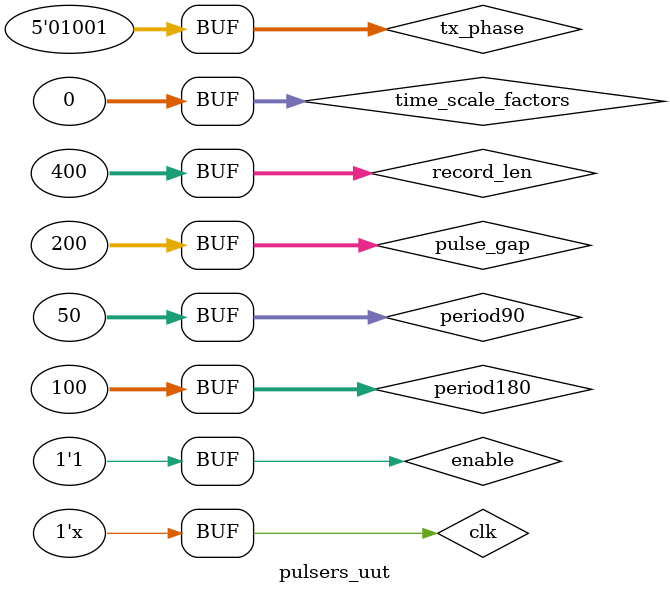
<source format=v>
`timescale 1ns / 1ps


module pulsers_uut;

	// Inputs
	reg [4:0] tx_phase;
	reg [31:0] pulse_gap;
	reg [31:0] record_len;
	reg [31:0] period90;
	reg [31:0] period180;
	reg [31:0] time_scale_factors;
	reg clk;
	reg enable;

	// Outputs
	wire [1:0] tx;
	wire tx_val;
	wire rx;
	wire u_blank;

	// Instantiate the Unit Under Test (UUT)
	pulsers uut (
		.tx_phase(tx_phase), 
		.pulse_gap(pulse_gap), 
		.record_len(record_len), 
		.period90(period90), 
		.period180(period180), 
		.time_scale_factors(time_scale_factors), 
		.clk(clk), 
		.enable(enable), 
		.tx(tx), 
		.tx_val(tx_val), 
		.rx(rx), 
		.u_blank(u_blank)
	);

   always
      #2.5 clk = ~clk;

	initial begin
		// Initialize Inputs
		tx_phase = 5'd9;
		pulse_gap = 32'd200;
		record_len = 32'd400;
		period90 = 32'd50;
		period180 = 32'd100;
		time_scale_factors = {16'd0, 16'd0};
		clk = 0;
		enable = 1'b1;
      
		#1000;
        
		// Add stimulus here

	end
      
endmodule


</source>
